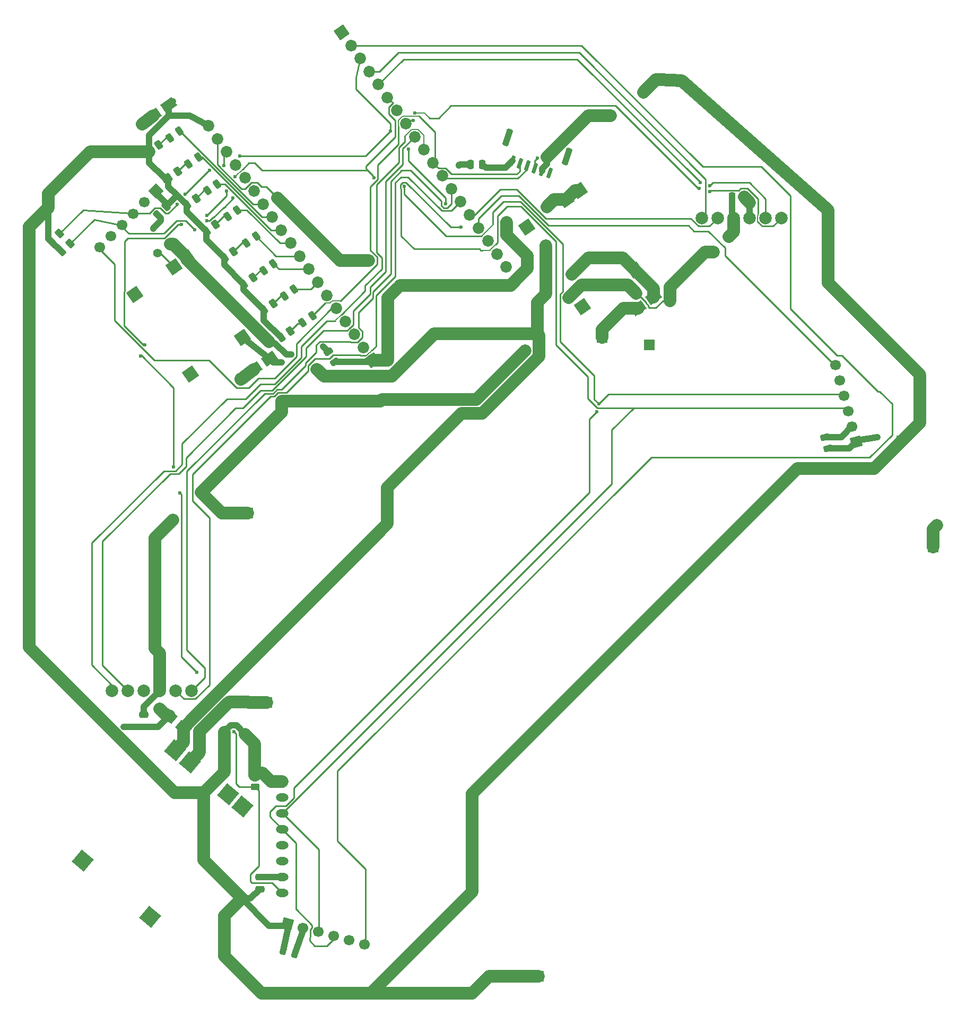
<source format=gbr>
%TF.GenerationSoftware,KiCad,Pcbnew,7.0.9-rc1*%
%TF.CreationDate,2023-11-11T13:07:52+02:00*%
%TF.ProjectId,projectA,70726f6a-6563-4744-912e-6b696361645f,rev?*%
%TF.SameCoordinates,PX5e5c173PY6474d3b*%
%TF.FileFunction,Copper,L1,Top*%
%TF.FilePolarity,Positive*%
%FSLAX46Y46*%
G04 Gerber Fmt 4.6, Leading zero omitted, Abs format (unit mm)*
G04 Created by KiCad (PCBNEW 7.0.9-rc1) date 2023-11-11 13:07:52*
%MOMM*%
%LPD*%
G01*
G04 APERTURE LIST*
G04 Aperture macros list*
%AMRoundRect*
0 Rectangle with rounded corners*
0 $1 Rounding radius*
0 $2 $3 $4 $5 $6 $7 $8 $9 X,Y pos of 4 corners*
0 Add a 4 corners polygon primitive as box body*
4,1,4,$2,$3,$4,$5,$6,$7,$8,$9,$2,$3,0*
0 Add four circle primitives for the rounded corners*
1,1,$1+$1,$2,$3*
1,1,$1+$1,$4,$5*
1,1,$1+$1,$6,$7*
1,1,$1+$1,$8,$9*
0 Add four rect primitives between the rounded corners*
20,1,$1+$1,$2,$3,$4,$5,0*
20,1,$1+$1,$4,$5,$6,$7,0*
20,1,$1+$1,$6,$7,$8,$9,0*
20,1,$1+$1,$8,$9,$2,$3,0*%
%AMHorizOval*
0 Thick line with rounded ends*
0 $1 width*
0 $2 $3 position (X,Y) of the first rounded end (center of the circle)*
0 $4 $5 position (X,Y) of the second rounded end (center of the circle)*
0 Add line between two ends*
20,1,$1,$2,$3,$4,$5,0*
0 Add two circle primitives to create the rounded ends*
1,1,$1,$2,$3*
1,1,$1,$4,$5*%
%AMRotRect*
0 Rectangle, with rotation*
0 The origin of the aperture is its center*
0 $1 length*
0 $2 width*
0 $3 Rotation angle, in degrees counterclockwise*
0 Add horizontal line*
21,1,$1,$2,0,0,$3*%
G04 Aperture macros list end*
%TA.AperFunction,SMDPad,CuDef*%
%ADD10RoundRect,0.250000X-0.043082X0.519182X-0.473137X0.218055X0.043082X-0.519182X0.473137X-0.218055X0*%
%TD*%
%TA.AperFunction,ComponentPad*%
%ADD11C,2.000000*%
%TD*%
%TA.AperFunction,SMDPad,CuDef*%
%ADD12RotRect,2.200000X1.600000X215.000000*%
%TD*%
%TA.AperFunction,ComponentPad*%
%ADD13R,1.700000X1.700000*%
%TD*%
%TA.AperFunction,ComponentPad*%
%ADD14RotRect,1.700000X1.700000X315.000000*%
%TD*%
%TA.AperFunction,ComponentPad*%
%ADD15HorizOval,1.700000X0.000000X0.000000X0.000000X0.000000X0*%
%TD*%
%TA.AperFunction,SMDPad,CuDef*%
%ADD16RotRect,2.200000X1.600000X140.000000*%
%TD*%
%TA.AperFunction,SMDPad,CuDef*%
%ADD17RoundRect,0.250000X-0.532491X-0.067661X-0.245703X-0.477237X0.532491X0.067661X0.245703X0.477237X0*%
%TD*%
%TA.AperFunction,SMDPad,CuDef*%
%ADD18RoundRect,0.243750X-0.062026X0.513547X-0.461363X0.233929X0.062026X-0.513547X0.461363X-0.233929X0*%
%TD*%
%TA.AperFunction,ComponentPad*%
%ADD19O,2.000000X1.300000*%
%TD*%
%TA.AperFunction,SMDPad,CuDef*%
%ADD20RoundRect,0.150000X-0.358970X-0.619387X-0.073653X-0.712092X0.358970X0.619387X0.073653X0.712092X0*%
%TD*%
%TA.AperFunction,SMDPad,CuDef*%
%ADD21RoundRect,0.250000X-0.593134X-1.016461X-0.117605X-1.170969X0.593134X1.016461X0.117605X1.170969X0*%
%TD*%
%TA.AperFunction,SMDPad,CuDef*%
%ADD22RoundRect,0.250000X-0.250000X-0.475000X0.250000X-0.475000X0.250000X0.475000X-0.250000X0.475000X0*%
%TD*%
%TA.AperFunction,SMDPad,CuDef*%
%ADD23RoundRect,0.250000X-0.450000X0.262500X-0.450000X-0.262500X0.450000X-0.262500X0.450000X0.262500X0*%
%TD*%
%TA.AperFunction,SMDPad,CuDef*%
%ADD24RoundRect,0.250000X-0.523520X0.118542X-0.394110X-0.364421X0.523520X-0.118542X0.394110X0.364421X0*%
%TD*%
%TA.AperFunction,ComponentPad*%
%ADD25C,1.400000*%
%TD*%
%TA.AperFunction,ComponentPad*%
%ADD26RotRect,2.000000X2.000000X305.000000*%
%TD*%
%TA.AperFunction,SMDPad,CuDef*%
%ADD27RoundRect,0.250000X-0.475000X0.250000X-0.475000X-0.250000X0.475000X-0.250000X0.475000X0.250000X0*%
%TD*%
%TA.AperFunction,ComponentPad*%
%ADD28RotRect,1.700000X1.700000X75.000000*%
%TD*%
%TA.AperFunction,ComponentPad*%
%ADD29HorizOval,1.700000X0.000000X0.000000X0.000000X0.000000X0*%
%TD*%
%TA.AperFunction,SMDPad,CuDef*%
%ADD30RoundRect,0.250000X0.364421X0.394110X-0.118542X0.523520X-0.364421X-0.394110X0.118542X-0.523520X0*%
%TD*%
%TA.AperFunction,SMDPad,CuDef*%
%ADD31RoundRect,0.250000X0.159099X-0.512652X0.512652X-0.159099X-0.159099X0.512652X-0.512652X0.159099X0*%
%TD*%
%TA.AperFunction,SMDPad,CuDef*%
%ADD32RoundRect,0.250000X0.132583X-0.503814X0.503814X-0.132583X-0.132583X0.503814X-0.503814X0.132583X0*%
%TD*%
%TA.AperFunction,ComponentPad*%
%ADD33RotRect,2.500000X2.500000X50.000000*%
%TD*%
%TA.AperFunction,ComponentPad*%
%ADD34RotRect,1.700000X1.700000X195.000000*%
%TD*%
%TA.AperFunction,ComponentPad*%
%ADD35HorizOval,1.700000X0.000000X0.000000X0.000000X0.000000X0*%
%TD*%
%TA.AperFunction,ComponentPad*%
%ADD36C,1.850000*%
%TD*%
%TA.AperFunction,ComponentPad*%
%ADD37RotRect,1.850000X1.850000X35.000000*%
%TD*%
%TA.AperFunction,ViaPad*%
%ADD38C,0.600000*%
%TD*%
%TA.AperFunction,Conductor*%
%ADD39C,2.032000*%
%TD*%
%TA.AperFunction,Conductor*%
%ADD40C,0.254000*%
%TD*%
%TA.AperFunction,Conductor*%
%ADD41C,0.127000*%
%TD*%
%TA.AperFunction,Conductor*%
%ADD42C,1.000000*%
%TD*%
%TA.AperFunction,Conductor*%
%ADD43C,0.178000*%
%TD*%
G04 APERTURE END LIST*
D10*
%TO.P,R4,1*%
%TO.N,/R4_LED4*%
X-34758395Y46972899D03*
%TO.P,R4,2*%
%TO.N,+3.3V*%
X-36253347Y45926123D03*
%TD*%
D11*
%TO.P,U1,1,A_IB*%
%TO.N,/ESP_MD_A_AIB*%
X42866653Y48056123D03*
%TO.P,U1,2,A_IA*%
%TO.N,/ESP_MD_A_AIA*%
X45406653Y48056123D03*
%TO.P,U1,3,VCC*%
%TO.N,+9V*%
X47946653Y48056123D03*
%TO.P,U1,4,GND*%
%TO.N,GND*%
X50486653Y48056123D03*
%TO.P,U1,5,B_IB*%
%TO.N,/ESP_MD_A_BIB*%
X53026653Y48056123D03*
%TO.P,U1,6,B_IA*%
%TO.N,/ESP_MD_A_BIA*%
X55566653Y48056123D03*
%TD*%
D12*
%TO.P,C3,1*%
%TO.N,+3.3V*%
X-42194619Y66062179D03*
%TO.P,C3,2*%
%TO.N,GND*%
X-44652075Y64341449D03*
%TD*%
%TO.P,C2,1*%
%TO.N,+9V*%
X-26114619Y25572179D03*
%TO.P,C2,2*%
%TO.N,GND*%
X-28572075Y23851449D03*
%TD*%
D13*
%TO.P,TP5,1,1*%
%TO.N,/CHRG_BAT_POS*%
X-26523347Y-29283877D03*
%TD*%
D14*
%TO.P,U3,1,VIN*%
%TO.N,+3.3V*%
X-44292953Y52327306D03*
D15*
%TO.P,U3,2,GND*%
%TO.N,GND*%
X-46089004Y50531255D03*
%TO.P,U3,3,SCL*%
%TO.N,/ESP_MPU_VL_SCL*%
X-47885056Y48735204D03*
%TO.P,U3,4,SDA*%
%TO.N,/ESP_MPU_VL_SDA*%
X-49681107Y46939152D03*
%TO.P,U3,5,GPIO1*%
%TO.N,unconnected-(U3-GPIO1-Pad5)*%
X-51477158Y45143101D03*
%TO.P,U3,6,XSHUT*%
%TO.N,/ESP_VL_A_XSHUT*%
X-53273209Y43347050D03*
%TD*%
D16*
%TO.P,C5,1*%
%TO.N,/CHRG_BB_IN_P*%
X-39874280Y-33308058D03*
%TO.P,C5,2*%
%TO.N,GND*%
X-42172414Y-31379696D03*
%TD*%
D17*
%TO.P,C12,1*%
%TO.N,GND*%
X-16778245Y26644317D03*
%TO.P,C12,2*%
%TO.N,+5V*%
X-15688449Y25087929D03*
%TD*%
D18*
%TO.P,D8,1,K*%
%TO.N,/ESP_LUNA_LED8_TXD*%
X-19317437Y32401579D03*
%TO.P,D8,2,A*%
%TO.N,/R8_LED8*%
X-20853347Y31326123D03*
%TD*%
D19*
%TO.P,U11,1,VCC*%
%TO.N,+3.3V*%
X-24083406Y-41892952D03*
%TO.P,U11,2,GND*%
%TO.N,GND*%
X-24083406Y-44432952D03*
%TO.P,U11,3,SCL*%
%TO.N,/ESP_MPU_VL_SCL*%
X-24083406Y-46972952D03*
%TO.P,U11,4,SDA*%
%TO.N,/ESP_MPU_VL_SDA*%
X-24083406Y-49512952D03*
%TO.P,U11,5,XDA*%
%TO.N,unconnected-(U11-XDA-Pad5)*%
X-24083406Y-52052952D03*
%TO.P,U11,6,XCL*%
%TO.N,unconnected-(U11-XCL-Pad6)*%
X-24083406Y-54592952D03*
%TO.P,U11,7,AD0*%
%TO.N,GND*%
X-24083406Y-57132952D03*
%TO.P,U11,8,INT*%
%TO.N,/MPU_ESP_INT*%
X-24083406Y-59672952D03*
%TD*%
D11*
%TO.P,U2,1,A_IB*%
%TO.N,/ESP_MD_B_AIB*%
X-38553347Y-27403877D03*
%TO.P,U2,2,A_IA*%
%TO.N,/ESP_MD_B_AIA*%
X-41093347Y-27403877D03*
%TO.P,U2,3,VCC*%
%TO.N,+9V*%
X-43633347Y-27403877D03*
%TO.P,U2,4,GND*%
%TO.N,GND*%
X-46173347Y-27403877D03*
%TO.P,U2,5,B_IB*%
%TO.N,/ESP_MD_B_BIB*%
X-48713347Y-27403877D03*
%TO.P,U2,6,B_IA*%
%TO.N,/ESP_MD_B_BIA*%
X-51253347Y-27403877D03*
%TD*%
D20*
%TO.P,U10,1,5V*%
%TO.N,+5V*%
X12602550Y57137479D03*
%TO.P,U10,2,RXD_SDA*%
%TO.N,/ESP_LUNA_LED8_TXD*%
X13791371Y56751208D03*
%TO.P,U10,3,TXD_SCL*%
%TO.N,/LUNA_ESP_RXD*%
X14980191Y56364936D03*
%TO.P,U10,4,GND*%
%TO.N,GND*%
X16169012Y55978665D03*
%TO.P,U10,5,CONFIGURATION_INPUT*%
%TO.N,+3.3V*%
X17357833Y55592394D03*
%TO.P,U10,6,MULTIPLEXING_OUTPUT*%
%TO.N,unconnected-(U10-MULTIPLEXING_OUTPUT-Pad6)*%
X18546653Y55206123D03*
D21*
%TO.P,U10,MP*%
%TO.N,N/C*%
X11878303Y60895200D03*
X21341315Y57820480D03*
%TD*%
D10*
%TO.P,R2,1*%
%TO.N,/R2_LED2*%
X-40775871Y55459511D03*
%TO.P,R2,2*%
%TO.N,+3.3V*%
X-42270823Y54412735D03*
%TD*%
D22*
%TO.P,C10,1*%
%TO.N,+9V*%
X47716653Y51376123D03*
%TO.P,C10,2*%
%TO.N,GND*%
X49616653Y51376123D03*
%TD*%
D13*
%TO.P,TP4,1,1*%
%TO.N,GND*%
X79766653Y-4513877D03*
%TD*%
D10*
%TO.P,R7,1*%
%TO.N,/R7_LED7*%
X-25568395Y34392899D03*
%TO.P,R7,2*%
%TO.N,+3.3V*%
X-27063347Y33346123D03*
%TD*%
D23*
%TO.P,R9,1*%
%TO.N,+3.3V*%
X-28443347Y-40921377D03*
%TO.P,R9,2*%
%TO.N,/MPU_ESP_INT*%
X-28443347Y-42746377D03*
%TD*%
D18*
%TO.P,D2,1,K*%
%TO.N,/ESP_LED2*%
X-37522976Y57726880D03*
%TO.P,D2,2,A*%
%TO.N,/R2_LED2*%
X-39058886Y56651424D03*
%TD*%
D24*
%TO.P,C7,1*%
%TO.N,GND*%
X62510775Y13073753D03*
%TO.P,C7,2*%
%TO.N,+3.3V*%
X63002531Y11238493D03*
%TD*%
D18*
%TO.P,D6,1,K*%
%TO.N,/ESP_LED6*%
X-25537437Y40751579D03*
%TO.P,D6,2,A*%
%TO.N,/R6_LED6*%
X-27073347Y39676123D03*
%TD*%
%TO.P,D1,1,K*%
%TO.N,/ESP_LED1*%
X-40535392Y61913851D03*
%TO.P,D1,2,A*%
%TO.N,/R1_LED1*%
X-42071302Y60838395D03*
%TD*%
D25*
%TO.P,JP1,1,A*%
%TO.N,/CHRG_BB_IN_P*%
X-41942701Y43863007D03*
%TO.P,JP1,2,B*%
%TO.N,/BB_EN*%
X-44023347Y42406123D03*
%TD*%
D22*
%TO.P,C9,1*%
%TO.N,GND*%
X5936653Y56606123D03*
%TO.P,C9,2*%
%TO.N,+5V*%
X7836653Y56606123D03*
%TD*%
D26*
%TO.P,U7,1,IN_P*%
%TO.N,/CHRG_BB_IN_P*%
X-39313782Y41682980D03*
%TO.P,U7,2,EN*%
%TO.N,/BB_EN*%
X-41394428Y40226095D03*
%TO.P,U7,3,IN_N*%
%TO.N,GND*%
X-47636367Y35855443D03*
%TO.P,U7,4,OUT_P*%
%TO.N,+9V*%
X-30423347Y28986123D03*
%TO.P,U7,5,OUT_N*%
%TO.N,GND*%
X-38745932Y23158586D03*
%TD*%
D27*
%TO.P,C8,1*%
%TO.N,GND*%
X-27693347Y-57163877D03*
%TO.P,C8,2*%
%TO.N,+3.3V*%
X-27693347Y-59063877D03*
%TD*%
%TO.P,C11,1*%
%TO.N,+9V*%
X-46173347Y-31253877D03*
%TO.P,C11,2*%
%TO.N,GND*%
X-46173347Y-33153877D03*
%TD*%
D18*
%TO.P,D3,1,K*%
%TO.N,/ESP_LED3*%
X-34512976Y53466880D03*
%TO.P,D3,2,A*%
%TO.N,/R3_LED3*%
X-36048886Y52391424D03*
%TD*%
D26*
%TO.P,U6,1,IN_P*%
%TO.N,/CHRG_BB_IN_P*%
X23272728Y52438320D03*
%TO.P,U6,2,EN*%
X21192082Y50981435D03*
%TO.P,U6,3,IN_N*%
%TO.N,GND*%
X14950143Y46610783D03*
%TO.P,U6,4,OUT_P*%
%TO.N,+5V*%
X32163163Y39741463D03*
%TO.P,U6,5,OUT_N*%
%TO.N,GND*%
X23840578Y33913926D03*
%TD*%
D13*
%TO.P,TP1,1,1*%
%TO.N,+3.3V*%
X16796653Y-72993877D03*
%TD*%
D28*
%TO.P,U4,1,VIN*%
%TO.N,+3.3V*%
X-23236673Y-64584203D03*
D29*
%TO.P,U4,2,GND*%
%TO.N,GND*%
X-20783222Y-65241603D03*
%TO.P,U4,3,SCL*%
%TO.N,/ESP_MPU_VL_SCL*%
X-18329770Y-65899004D03*
%TO.P,U4,4,SDA*%
%TO.N,/ESP_MPU_VL_SDA*%
X-15876319Y-66556404D03*
%TO.P,U4,5,GPIO1*%
%TO.N,unconnected-(U4-GPIO1-Pad5)*%
X-13422867Y-67213804D03*
%TO.P,U4,6,XSHUT*%
%TO.N,/ESP_VL_B_XSHUT*%
X-10969415Y-67871205D03*
%TD*%
D18*
%TO.P,D5,1,K*%
%TO.N,/ESP_LED5*%
X-28292976Y45126880D03*
%TO.P,D5,2,A*%
%TO.N,/R5_LED5*%
X-29828886Y44051424D03*
%TD*%
D30*
%TO.P,C6,1*%
%TO.N,GND*%
X-22103347Y-69293877D03*
%TO.P,C6,2*%
%TO.N,+3.3V*%
X-23938607Y-68802121D03*
%TD*%
D18*
%TO.P,D7,1,K*%
%TO.N,/ESP_LED7*%
X-22275392Y36643851D03*
%TO.P,D7,2,A*%
%TO.N,/R7_LED7*%
X-23811302Y35568395D03*
%TD*%
D10*
%TO.P,R5,1*%
%TO.N,/R5_LED5*%
X-31875871Y42679511D03*
%TO.P,R5,2*%
%TO.N,+3.3V*%
X-33370823Y41632735D03*
%TD*%
%TO.P,R1,1*%
%TO.N,/R1_LED1*%
X-43825871Y59669511D03*
%TO.P,R1,2*%
%TO.N,+3.3V*%
X-45320823Y58622735D03*
%TD*%
D31*
%TO.P,C4,1*%
%TO.N,GND*%
X-44025098Y48524372D03*
%TO.P,C4,2*%
%TO.N,+3.3V*%
X-42681596Y49867874D03*
%TD*%
D32*
%TO.P,R10,1*%
%TO.N,+3.3V*%
X-59288582Y42650888D03*
%TO.P,R10,2*%
%TO.N,/ESP_MPU_VL_SDA*%
X-57998112Y43941358D03*
%TD*%
%TO.P,R11,1*%
%TO.N,+3.3V*%
X-60978582Y44260888D03*
%TO.P,R11,2*%
%TO.N,/ESP_MPU_VL_SCL*%
X-59688112Y45551358D03*
%TD*%
D18*
%TO.P,D4,1,K*%
%TO.N,/ESP_LED4*%
X-31317437Y49311579D03*
%TO.P,D4,2,A*%
%TO.N,/R4_LED4*%
X-32853347Y48236123D03*
%TD*%
D12*
%TO.P,C1,1*%
%TO.N,+5V*%
X35185381Y35372179D03*
%TO.P,C1,2*%
%TO.N,GND*%
X32727925Y33651449D03*
%TD*%
D13*
%TO.P,TP6,1,1*%
%TO.N,GND*%
X26936653Y28956123D03*
%TD*%
D10*
%TO.P,R8,1*%
%TO.N,/R8_LED8*%
X-22805871Y29989511D03*
%TO.P,R8,2*%
%TO.N,+3.3V*%
X-24300823Y28942735D03*
%TD*%
D33*
%TO.P,U9,1,OUT_P*%
%TO.N,/CHRG_BB_IN_P*%
X-41173600Y-36894853D03*
%TO.P,U9,2,B_P*%
%TO.N,/CHRG_BAT_POS*%
X-38875467Y-38823216D03*
%TO.P,U9,3,B_N*%
%TO.N,GND*%
X-32747111Y-43965517D03*
%TO.P,U9,4,OUT_N*%
X-30448978Y-45893880D03*
%TO.P,U9,5,IN_P*%
%TO.N,unconnected-(U9-IN_P-Pad5)*%
X-55957715Y-54513876D03*
%TO.P,U9,6,IN_N*%
%TO.N,GND*%
X-45233093Y-63512902D03*
%TD*%
D10*
%TO.P,R3,1*%
%TO.N,/R3_LED3*%
X-37865871Y51179511D03*
%TO.P,R3,2*%
%TO.N,+3.3V*%
X-39360823Y50132735D03*
%TD*%
D34*
%TO.P,U5,1,VIN*%
%TO.N,+3.3V*%
X67505637Y12261317D03*
D35*
%TO.P,U5,2,GND*%
%TO.N,GND*%
X66848236Y14714769D03*
%TO.P,U5,3,SCL*%
%TO.N,/ESP_MPU_VL_SCL*%
X66190836Y17168220D03*
%TO.P,U5,4,SDA*%
%TO.N,/ESP_MPU_VL_SDA*%
X65533435Y19621672D03*
%TO.P,U5,5,GPIO1*%
%TO.N,unconnected-(U5-GPIO1-Pad5)*%
X64876035Y22075123D03*
%TO.P,U5,6,XSHUT*%
%TO.N,/ESP_VL_C_XSHUT*%
X64218635Y24528575D03*
%TD*%
D13*
%TO.P,TP3,1,1*%
%TO.N,+9V*%
X-29623347Y966123D03*
%TD*%
%TO.P,TP2,1,1*%
%TO.N,+5V*%
X34511653Y27751123D03*
%TD*%
D10*
%TO.P,R6,1*%
%TO.N,/R6_LED6*%
X-28775871Y38509511D03*
%TO.P,R6,2*%
%TO.N,+3.3V*%
X-30270823Y37462735D03*
%TD*%
D36*
%TO.P,U12,1,3V3*%
%TO.N,+3.3V*%
X-35898837Y62735720D03*
%TO.P,U12,2,RESTART__EN*%
%TO.N,+5V*%
X-34441953Y60655074D03*
%TO.P,U12,3,ADC1_0_RTC_GPIO0__GPIO36*%
%TO.N,/MPU_ESP_INT*%
X-32985068Y58574428D03*
%TO.P,U12,4,ADC1_3_RTC_GPIO3__GPIO39*%
%TO.N,unconnected-(U12-ADC1_3_RTC_GPIO3__GPIO39-Pad4)*%
X-31528184Y56493782D03*
%TO.P,U12,5,ADC1_6_RTC_GPIO4__GPIO34*%
%TO.N,unconnected-(U12-ADC1_6_RTC_GPIO4__GPIO34-Pad5)*%
X-30071300Y54413135D03*
%TO.P,U12,6,ADC1_7_RTC_GPIO5__GPIO35*%
%TO.N,unconnected-(U12-ADC1_7_RTC_GPIO5__GPIO35-Pad6)*%
X-28614416Y52332489D03*
%TO.P,U12,7,TOUCH_9__ADC1_4__RTC_GPIO9_GPIO32*%
%TO.N,/ESP_LED1*%
X-27157532Y50251843D03*
%TO.P,U12,8,TOUCH_8__ADC1_5__RTC_GPIO8_GPIO33*%
%TO.N,/ESP_LED2*%
X-25700648Y48171197D03*
%TO.P,U12,9,DAC_1__ADC2_8__RTC_GPIO6__GPIO25*%
%TO.N,/ESP_LED3*%
X-24243764Y46090551D03*
%TO.P,U12,10,DAC_2__ADC2_9__RTC_GPIO7__GPIO26*%
%TO.N,/ESP_LED4*%
X-22786879Y44009904D03*
%TO.P,U12,11,TOUCH_7__ADC2_7__RTC_GPIO17__GPIO27*%
%TO.N,/ESP_LED5*%
X-21329995Y41929258D03*
%TO.P,U12,12,SC_CLK__HSPI_CLK__TOUCH_6__ADC2_6__RTC_GPIO16__GPIO14*%
%TO.N,/ESP_LED6*%
X-19873111Y39848612D03*
%TO.P,U12,13,SD_DAT2__HSPI_MISO__TOUCH_5__ADC2_5__RTC_GPIO15__GPIO12*%
%TO.N,/ESP_LED7*%
X-18416227Y37767966D03*
%TO.P,U12,14,GND1*%
%TO.N,GND*%
X-16959343Y35687320D03*
%TO.P,U12,15,SD_DAT3__HSPI_MOSI__TOUCH_4__ADC2_4__RTC_GPIO14__GPIO13*%
%TO.N,/ESP_VL_A_XSHUT*%
X-15502459Y33606673D03*
%TO.P,U12,16,SHD_SD2__GPIO9*%
%TO.N,unconnected-(U12-SHD_SD2__GPIO9-Pad16)*%
X-14045574Y31526027D03*
%TO.P,U12,17,SWP_SD3__GPIO10*%
%TO.N,unconnected-(U12-SWP_SD3__GPIO10-Pad17)*%
X-12588690Y29445381D03*
%TO.P,U12,18,CSC_CMD__GPIO11*%
%TO.N,unconnected-(U12-CSC_CMD__GPIO11-Pad18)*%
X-11131806Y27364735D03*
D37*
%TO.P,U12,19,5V*%
%TO.N,+5V*%
X-9674922Y25284089D03*
D36*
%TO.P,U12,20,GPIO6__SCK_CLK*%
%TO.N,unconnected-(U12-GPIO6__SCK_CLK-Pad20)*%
X11623031Y40197076D03*
%TO.P,U12,21,GPIO7__SDO_SD0*%
%TO.N,unconnected-(U12-GPIO7__SDO_SD0-Pad21)*%
X10166147Y42277722D03*
%TO.P,U12,22,GPIO8__SDI_SD1*%
%TO.N,unconnected-(U12-GPIO8__SDI_SD1-Pad22)*%
X8709263Y44358368D03*
%TO.P,U12,23,GPIO15__RTC_GPIO13__ADC2_3__TOUCH3__SD_CMD__HSPI_CS*%
%TO.N,/ESP_VL_C_XSHUT*%
X7252379Y46439015D03*
%TO.P,U12,24,GPIO2__RTC_GPIO12__ADC2_2__TOUCH_2__SD_DAT0__LED*%
%TO.N,/ESP_MD_A_AIA*%
X5795495Y48519661D03*
%TO.P,U12,25,GPIO0__RTC_GPIO11__ADC2_1__TOUCH_1*%
%TO.N,/ESP_MD_B_AIA*%
X4338610Y50600307D03*
%TO.P,U12,26,GPIO4__RTC_GPIO10__ADC2_0__TOUCH0__SD_DAT1*%
%TO.N,/ESP_MD_B_AIB*%
X2881726Y52680953D03*
%TO.P,U12,27,GPIO16__RX2*%
%TO.N,/LUNA_ESP_RXD*%
X1424842Y54761599D03*
%TO.P,U12,28,GPIO17__TX2*%
%TO.N,/ESP_LUNA_LED8_TXD*%
X-32042Y56842246D03*
%TO.P,U12,29,GPIO5__VSPI_CS*%
%TO.N,/ESP_MD_B_BIA*%
X-1488926Y58922892D03*
%TO.P,U12,30,GPIO18__VSPI_CLK*%
%TO.N,/ESP_MD_B_BIB*%
X-2945810Y61003538D03*
%TO.P,U12,31,GPIO19__VSPI_MISO*%
%TO.N,/ESP_MD_A_BIA*%
X-4402695Y63084184D03*
%TO.P,U12,32,GND2*%
%TO.N,GND*%
X-5859579Y65164830D03*
%TO.P,U12,33,GPIO21__I2C_SDA*%
%TO.N,/ESP_MPU_VL_SDA*%
X-7316463Y67245476D03*
%TO.P,U12,34,GPIO3__RX0*%
%TO.N,/ESP_MD_A_BIB*%
X-8773347Y69326123D03*
%TO.P,U12,35,GPIO1__TX0*%
%TO.N,/ESP_MD_A_AIB*%
X-10230231Y71406769D03*
%TO.P,U12,36,GPIO22__I2C_SCL*%
%TO.N,/ESP_MPU_VL_SCL*%
X-11687115Y73487415D03*
%TO.P,U12,37,GPIO23__VSPI_MOSI*%
%TO.N,/ESP_VL_B_XSHUT*%
X-13143999Y75568061D03*
D37*
%TO.P,U12,38,GND3*%
%TO.N,GND*%
X-14600884Y77648707D03*
%TD*%
D38*
%TO.N,+3.3V*%
X33396653Y67716123D03*
X74146653Y13056123D03*
X70916653Y13056123D03*
X28296653Y64346123D03*
%TO.N,GND*%
X-44693347Y46396123D03*
X-43700347Y-30283877D03*
X28711327Y32001449D03*
X4106653Y56456123D03*
X16586653Y57616123D03*
X80376653Y-1013877D03*
X-30743347Y22286123D03*
X-49403347Y-33143877D03*
X-17553347Y27496123D03*
X-46483347Y62986123D03*
%TO.N,/ESP_MPU_VL_SCL*%
X-35741294Y55676482D03*
X4416653Y46546123D03*
X-6813347Y61876123D03*
X-40845533Y50203937D03*
X-3983347Y59046123D03*
X-39642025Y51827445D03*
X-30853347Y57903646D03*
X1926653Y50276123D03*
%TO.N,/ESP_MPU_VL_SDA*%
X-9503347Y54466123D03*
X-4623347Y53056123D03*
X-36170344Y47563120D03*
X26075486Y17096562D03*
X-31943347Y51196123D03*
X26426653Y18366123D03*
X-31631864Y54623167D03*
X-38063347Y46126123D03*
%TO.N,+5V*%
X-10313347Y41246123D03*
X11716653Y47346123D03*
X9416653Y56066123D03*
X22091653Y39021123D03*
X13134798Y38084267D03*
X-5803347Y36776123D03*
%TO.N,/MPU_ESP_INT*%
X-33383347Y56386123D03*
X-40479847Y4176123D03*
X-37743347Y-24433877D03*
X-40220101Y46979369D03*
X-46050344Y27749126D03*
X-46757376Y26042094D03*
X-31829847Y-33922211D03*
X-33038168Y52331302D03*
X-41428237Y8296123D03*
X-36153347Y48466123D03*
%TO.N,+9V*%
X-37043347Y4206123D03*
X14636653Y26866123D03*
X44756653Y42586123D03*
X-41588347Y-158877D03*
X-24213347Y18836123D03*
X21626653Y35316123D03*
X47221653Y45051123D03*
X-24213347Y25026123D03*
%TO.N,/ESP_MD_A_BIB*%
X42586653Y53686123D03*
X44156653Y53186123D03*
%TO.N,/ESP_MD_A_BIA*%
X44097153Y52226123D03*
X42456653Y52766123D03*
X-3231449Y63598021D03*
X-2933329Y64807277D03*
%TO.N,/CHRG_BB_IN_P*%
X-22753347Y26236123D03*
X18116653Y49824661D03*
X-18583347Y23926123D03*
X17956653Y43656123D03*
%TO.N,/CHRG_BAT_POS*%
X-29493347Y-29200200D03*
%TD*%
D39*
%TO.N,+3.3V*%
X-41321137Y-43652877D02*
X-36613347Y-43652877D01*
D40*
%TO.N,/ESP_MPU_VL_SCL*%
X-18283347Y-52753877D02*
X-24064272Y-46972952D01*
X-18283347Y-66093877D02*
X-18283347Y-52753877D01*
X-18173347Y-66203877D02*
X-18283347Y-66093877D01*
X-24083406Y-46972952D02*
X28506653Y5617107D01*
D39*
%TO.N,+3.3V*%
X-64463347Y-20510667D02*
X-64463347Y46666333D01*
X-41321137Y-43652877D02*
X-64463347Y-20510667D01*
X-64463347Y46666333D02*
X-61473557Y49656123D01*
D40*
%TO.N,/ESP_MPU_VL_SCL*%
X4416653Y46546123D02*
X2826653Y46546123D01*
X-4353347Y53726123D02*
X-4883347Y53726123D01*
X-5250347Y53359123D02*
X-5250347Y52796411D01*
X-4883347Y53726123D02*
X-5250347Y53359123D01*
X2826653Y46546123D02*
X-4353347Y53726123D01*
X-5250347Y52796411D02*
X-5133347Y52679411D01*
X-3063347Y43076123D02*
X7356653Y43076123D01*
X7356653Y43076123D02*
X7596653Y42836123D01*
X-5133347Y52679411D02*
X-5133347Y45146123D01*
X-5133347Y45146123D02*
X-3063347Y43076123D01*
X7596653Y42836123D02*
X7896653Y42836123D01*
%TO.N,/ESP_MD_A_BIB*%
X42586653Y53686123D02*
X42586653Y53736123D01*
X42586653Y53736123D02*
X22976653Y73346123D01*
X22976653Y73346123D02*
X-4753347Y73346123D01*
X-4753347Y73346123D02*
X-8773347Y69326123D01*
%TO.N,/ESP_MD_A_BIA*%
X42456653Y52766123D02*
X42266653Y52766123D01*
X-583347Y63976123D02*
X-723347Y64116123D01*
X42266653Y52766123D02*
X29066653Y65966123D01*
X836653Y63976123D02*
X-583347Y63976123D01*
X29066653Y65966123D02*
X2826653Y65966123D01*
X2826653Y65966123D02*
X836653Y63976123D01*
%TO.N,/ESP_MD_A_AIB*%
X-10230231Y71406769D02*
X-8582698Y71406769D01*
X43470653Y54235007D02*
X43470653Y48660123D01*
X-8582698Y71406769D02*
X-5573344Y74416123D01*
X-5573344Y74416123D02*
X23289537Y74416123D01*
X23289537Y74416123D02*
X43470653Y54235007D01*
X43470653Y48660123D02*
X42866653Y48056123D01*
%TO.N,/ESP_MPU_VL_SDA*%
X-24083406Y-49512952D02*
X-26083347Y-47513011D01*
X-26083347Y-47513011D02*
X-26083347Y-46693877D01*
X24886653Y15907729D02*
X26075486Y17096562D01*
X-26083347Y-46693877D02*
X-25163347Y-45773877D01*
X-22283347Y-42913877D02*
X24461911Y3831381D01*
X-25163347Y-45773877D02*
X-23533347Y-45773877D01*
X-23533347Y-45773877D02*
X-22283347Y-44523877D01*
X-22283347Y-44523877D02*
X-22283347Y-42913877D01*
X24461911Y3831381D02*
X24461911Y3841381D01*
X24886653Y4266123D02*
X24886653Y15907729D01*
X24461911Y3841381D02*
X24886653Y4266123D01*
%TO.N,/ESP_MD_B_BIA*%
X-51253347Y-27403877D02*
X-51253347Y-26533877D01*
X-17013347Y31616123D02*
X-15663347Y31616123D01*
X-32923347Y19186123D02*
X-29973347Y19186123D01*
X-54503347Y-23283877D02*
X-54503347Y-3803877D01*
X-40103347Y12006123D02*
X-32923347Y19186123D01*
X-27618347Y21541123D02*
X-25328347Y21541123D01*
X-43030347Y7669123D02*
X-41168525Y7669123D01*
X-21100347Y27529123D02*
X-17013347Y31616123D01*
X-29973347Y19186123D02*
X-27618347Y21541123D01*
X-54503347Y-3803877D02*
X-43030347Y7669123D01*
X-51253347Y-26533877D02*
X-54503347Y-23283877D01*
X-25328347Y21541123D02*
X-21100347Y25769123D01*
X-41168525Y7669123D02*
X-40103347Y8734301D01*
X-40103347Y8734301D02*
X-40103347Y12006123D01*
X-21100347Y25769123D02*
X-21100347Y27529123D01*
%TO.N,/ESP_MPU_VL_SDA*%
X-6432996Y66362009D02*
X-7316463Y67245476D01*
X-7111579Y65683426D02*
X-6432996Y66362009D01*
X-7111579Y64646234D02*
X-7111579Y65683426D01*
X-10733347Y55890783D02*
X-10733347Y56316123D01*
X-6093347Y63628002D02*
X-7111579Y64646234D01*
X-6093347Y60956123D02*
X-6093347Y63628002D01*
X-10733347Y56316123D02*
X-6093347Y60956123D01*
X-10438687Y55596123D02*
X-10733347Y55890783D01*
%TO.N,/ESP_MPU_VL_SCL*%
X-6813347Y61876123D02*
X-6813347Y63096123D01*
X-12323347Y70446123D02*
X-11687115Y73487415D01*
X-6813347Y63096123D02*
X-12323347Y68606123D01*
X-12323347Y68606123D02*
X-12323347Y70446123D01*
%TO.N,/ESP_MD_B_BIA*%
X-10863347Y36426123D02*
X-10863347Y37286123D01*
X-10863347Y37286123D02*
X-8233347Y39916123D01*
X-14643347Y32646123D02*
X-10863347Y36426123D01*
X-5463347Y56926123D02*
X-5463347Y59287358D01*
X-8233347Y39916123D02*
X-8233347Y41707464D01*
X-8233347Y41707464D02*
X-9043347Y42517464D01*
X-9043347Y42517464D02*
X-9043347Y53346123D01*
X-9043347Y53346123D02*
X-5463347Y56926123D01*
X-5463347Y59287358D02*
X-4558486Y60192219D01*
X-4558486Y60192219D02*
X-4558486Y61071655D01*
%TO.N,/ESP_MPU_VL_SDA*%
X7746422Y45166123D02*
X2066653Y45166123D01*
X2066653Y45166123D02*
X-4623347Y51856123D01*
X-4623347Y51856123D02*
X-4623347Y53056123D01*
%TO.N,/ESP_MD_B_AIB*%
X-11336690Y29963977D02*
X-11883347Y30510634D01*
X1299653Y50723123D02*
X1299653Y50016411D01*
X-11883347Y32946123D02*
X-9599347Y35230123D01*
X-11336690Y28926785D02*
X-11336690Y29963977D01*
X2881726Y50344484D02*
X2881726Y52680953D01*
X-11883347Y30510634D02*
X-11883347Y32946123D01*
X-11835350Y28428125D02*
X-11336690Y28926785D01*
X-5063347Y55616123D02*
X-3593347Y55616123D01*
X-9599347Y35230123D02*
X-9599347Y36280123D01*
X-6793347Y39086123D02*
X-6793347Y53886123D01*
X-6793347Y53886123D02*
X-5063347Y55616123D01*
X1666941Y49649123D02*
X2186365Y49649123D01*
X-3593347Y55616123D02*
X1299653Y50723123D01*
X-9599347Y36280123D02*
X-6793347Y39086123D01*
X1299653Y50016411D02*
X1666941Y49649123D01*
X2186365Y49649123D02*
X2881726Y50344484D01*
%TO.N,/ESP_MPU_VL_SCL*%
X1926653Y50276123D02*
X1926653Y51266123D01*
X1926653Y51266123D02*
X-3983347Y57176123D01*
X-3983347Y57176123D02*
X-3983347Y59046123D01*
%TO.N,/ESP_MPU_VL_SDA*%
X65719252Y19909575D02*
X27970105Y19909575D01*
X27970105Y19909575D02*
X26426653Y18366123D01*
%TO.N,/ESP_MPU_VL_SCL*%
X31986653Y17726123D02*
X31983105Y17722575D01*
X66106653Y17726123D02*
X31986653Y17726123D01*
X66376653Y17456123D02*
X66106653Y17726123D01*
%TO.N,/ESP_VL_A_XSHUT*%
X-16212797Y33606673D02*
X-21843347Y27976123D01*
X-27913347Y22436123D02*
X-29445057Y20904413D01*
X-35766811Y25308858D02*
X-44496083Y25308858D01*
X-50903347Y31716122D02*
X-50903347Y40651918D01*
X-21843347Y27976123D02*
X-21843347Y25906568D01*
X-21843347Y25906568D02*
X-25313792Y22436123D01*
X-15502459Y33606673D02*
X-16212797Y33606673D01*
X-25313792Y22436123D02*
X-27913347Y22436123D01*
X-44496083Y25308858D02*
X-50903347Y31716122D01*
X-29445057Y20904413D02*
X-31362366Y20904413D01*
X-31362366Y20904413D02*
X-35766811Y25308858D01*
X-50903347Y40651918D02*
X-53615449Y43364020D01*
%TO.N,/ESP_MD_B_BIB*%
X-48713347Y-27403877D02*
X-52776347Y-23340877D01*
X-20313347Y27256123D02*
X-17463347Y30106123D01*
X-52776347Y-23340877D02*
X-52776347Y-3576877D01*
X-31521347Y17678123D02*
X-30367583Y17678123D01*
X-25140295Y21087123D02*
X-20646347Y25581071D01*
X-30367583Y17678123D02*
X-27561583Y20484123D01*
X-52776347Y-3576877D02*
X-41984347Y7215123D01*
X-20646347Y25581071D02*
X-20646347Y25603123D01*
X-20646347Y25603123D02*
X-20313347Y25936123D01*
X-39423347Y8426123D02*
X-39423347Y9776123D01*
X-39423347Y9776123D02*
X-31521347Y17678123D01*
X-27561583Y20484123D02*
X-25748740Y20484123D01*
X-41984347Y7215123D02*
X-40634347Y7215123D01*
X-25748740Y20484123D02*
X-25145740Y21087123D01*
X-40634347Y7215123D02*
X-39423347Y8426123D01*
X-25145740Y21087123D02*
X-25140295Y21087123D01*
X-20313347Y25936123D02*
X-20313347Y27256123D01*
X-17463347Y30106123D02*
X-13698544Y30106123D01*
X-13698544Y30106123D02*
X-13355946Y30448721D01*
%TO.N,/ESP_MD_B_AIB*%
X-38553347Y-27403877D02*
X-36473347Y-25323877D01*
X-36473347Y-25323877D02*
X-36473347Y-23783877D01*
X-20192347Y25095071D02*
X-20192347Y25097123D01*
X-39333347Y7596123D02*
X-26899347Y20030123D01*
X-24216347Y20633123D02*
X-20380347Y24469123D01*
X-20192347Y25097123D02*
X-18668452Y26621018D01*
X-26899347Y20030123D02*
X-25560688Y20030123D01*
X-39333347Y-20923877D02*
X-39333347Y7596123D01*
X-36473347Y-23783877D02*
X-39333347Y-20923877D01*
X-18090477Y28323123D02*
X-13240347Y28323123D01*
X-25560688Y20030123D02*
X-24957688Y20633123D01*
X-20380347Y24469123D02*
X-20380347Y24907071D01*
X-18668452Y27745148D02*
X-18090477Y28323123D01*
X-12073756Y28193381D02*
X-11837180Y28429956D01*
X-24957688Y20633123D02*
X-24216347Y20633123D01*
X-20380347Y24907071D02*
X-20192347Y25095071D01*
X-18668452Y26621018D02*
X-18668452Y27745148D01*
X-13240347Y28323123D02*
X-13110605Y28193381D01*
X-13110605Y28193381D02*
X-12073756Y28193381D01*
%TO.N,/ESP_MPU_VL_SCL*%
X9961263Y43800733D02*
X10276653Y44116123D01*
X10276653Y48356123D02*
X11766653Y49846123D01*
X26183489Y17722575D02*
X31983105Y17722575D01*
X10276653Y44116123D02*
X10276653Y48356123D01*
X24686653Y22696123D02*
X24686653Y19219411D01*
X11766653Y49846123D02*
X14016653Y49846123D01*
X19576653Y27806123D02*
X24686653Y22696123D01*
X14016653Y49846123D02*
X19576653Y44286123D01*
X24686653Y19219411D02*
X26183489Y17722575D01*
X19576653Y44286123D02*
X19576653Y27806123D01*
%TO.N,/ESP_MPU_VL_SDA*%
X26426653Y18366123D02*
X25696653Y19096123D01*
X20283653Y35872411D02*
X20656653Y36245411D01*
X13916653Y50636123D02*
X11206653Y50636123D01*
X25696653Y19096123D02*
X25696653Y22906123D01*
X20656653Y43896123D02*
X13916653Y50636123D01*
X25696653Y22906123D02*
X20283653Y28319123D01*
X20283653Y28319123D02*
X20283653Y35872411D01*
X11206653Y50636123D02*
X9506653Y48936123D01*
X20656653Y36245411D02*
X20656653Y43896123D01*
X9506653Y48936123D02*
X9506653Y47006123D01*
%TO.N,/ESP_VL_C_XSHUT*%
X7257379Y46512627D02*
X7257379Y47916849D01*
X46586653Y43236123D02*
X46586653Y41996123D01*
X13648705Y51546123D02*
X18398705Y46796123D01*
X40766653Y46796123D02*
X41626653Y45936123D01*
X41626653Y45936123D02*
X43886653Y45936123D01*
X63692686Y24890090D02*
X64409452Y24890090D01*
X7257379Y47916849D02*
X10886653Y51546123D01*
X10886653Y51546123D02*
X13648705Y51546123D01*
X18398705Y46796123D02*
X40766653Y46796123D01*
X43886653Y45936123D02*
X46586653Y43236123D01*
X46586653Y41996123D02*
X63692686Y24890090D01*
%TO.N,/ESP_MD_A_AIA*%
X6590191Y48519661D02*
X10696653Y52626123D01*
X41089991Y47956123D02*
X42316991Y46729123D01*
X10696653Y52626123D02*
X13316653Y52626123D01*
X42316991Y46729123D02*
X44079653Y46729123D01*
X13316653Y52626123D02*
X17986653Y47956123D01*
X17986653Y47956123D02*
X41089991Y47956123D01*
X5795495Y48519661D02*
X6590191Y48519661D01*
X44079653Y46729123D02*
X45406653Y48056123D01*
%TO.N,/ESP_MD_B_AIA*%
X-41093347Y-27403877D02*
X-39766347Y-28730877D01*
X-18819703Y25589055D02*
X-16551998Y25589055D01*
X-38003685Y-28730877D02*
X-35733347Y-26460539D01*
X-19926347Y23653123D02*
X-19926347Y24482411D01*
X-19926347Y24482411D02*
X-18819703Y25589055D01*
X-39766347Y-28730877D02*
X-38003685Y-28730877D01*
X-35733347Y206123D02*
X-38386347Y2859123D01*
X-35733347Y-26460539D02*
X-35733347Y206123D01*
X-15997862Y26143191D02*
X-11680858Y26143191D01*
X-38386347Y2859123D02*
X-38386347Y7156335D01*
X-38386347Y7156335D02*
X-25966559Y19576123D01*
X-23400347Y20179123D02*
X-19926347Y23653123D01*
X-25966559Y19576123D02*
X-25372636Y19576123D01*
X-25372636Y19576123D02*
X-24769636Y20179123D01*
X-24769636Y20179123D02*
X-23400347Y20179123D01*
X-11650402Y26112735D02*
X-10745565Y26112735D01*
X-16551998Y25589055D02*
X-15997862Y26143191D01*
X-11680858Y26143191D02*
X-11650402Y26112735D01*
%TO.N,/ESP_MD_B_BIB*%
X-13354115Y30446890D02*
X-12793574Y31007431D01*
X-4873695Y56595775D02*
X-4873695Y59075653D01*
X-12793574Y31007431D02*
X-12793574Y33165896D01*
X-12793574Y33165896D02*
X-10053347Y35906123D01*
X-10053347Y35906123D02*
X-10053347Y36976123D01*
X-4873695Y59075653D02*
X-2945810Y61003538D01*
X-10053347Y36976123D02*
X-7573347Y39456123D01*
X-7573347Y53896123D02*
X-4873695Y56595775D01*
X-7573347Y39456123D02*
X-7573347Y53896123D01*
%TO.N,/ESP_MD_B_AIA*%
X-5153347Y54566123D02*
X-6067347Y53652123D01*
X2933426Y49195123D02*
X1337653Y49195123D01*
X4338610Y50600307D02*
X2933426Y49195123D01*
X-6067347Y38702123D02*
X-9145347Y35624123D01*
X1337653Y49195123D02*
X-4033347Y54566123D01*
X-9145347Y35624123D02*
X-9145347Y27514123D01*
X-4033347Y54566123D02*
X-5153347Y54566123D01*
X-6067347Y53652123D02*
X-6067347Y38702123D01*
X-9145347Y27514123D02*
X-9760107Y26899363D01*
%TO.N,/ESP_LUNA_LED8_TXD*%
X-5609021Y62666123D02*
X-5609021Y59783737D01*
X-5609021Y59783737D02*
X-8876347Y56516411D01*
X-8876347Y56516411D02*
X-8876347Y54205175D01*
X-8970347Y40629123D02*
X-14803347Y34796123D01*
X-10053347Y53028175D02*
X-10053347Y42885412D01*
X-8876347Y54205175D02*
X-10053347Y53028175D01*
X-10053347Y42885412D02*
X-8970347Y41802412D01*
X-8970347Y41802412D02*
X-8970347Y40629123D01*
X-14803347Y34796123D02*
X-14903347Y34796123D01*
D41*
X-3195646Y64272684D02*
X-3166739Y64243777D01*
X-5609021Y62666123D02*
X-5609021Y63558651D01*
X-5609021Y63558651D02*
X-4894988Y64272684D01*
X-4894988Y64272684D02*
X-3195646Y64272684D01*
X-3166739Y64243777D02*
X-2281001Y64243777D01*
D40*
%TO.N,/ESP_MPU_VL_SDA*%
X-9503361Y54466123D02*
G75*
G03*
X-9640992Y54798429I-469986J0D01*
G01*
X-28493347Y56786123D02*
X-27303347Y55596123D01*
X-30411128Y55843904D02*
X-29468909Y56786123D01*
X-10438687Y55596123D02*
X-9640992Y54798429D01*
X-29468909Y56786123D02*
X-28493347Y56786123D01*
X-27303347Y55596123D02*
X-10438687Y55596123D01*
D39*
%TO.N,+3.3V*%
X6186653Y-75683878D02*
X8876654Y-72993877D01*
X8876654Y-72993877D02*
X16796653Y-72993877D01*
X-27450664Y-75683878D02*
X-10003347Y-75683878D01*
X-10003347Y-75683878D02*
X6186653Y-75683878D01*
X6186653Y-43883877D02*
X6186653Y-59493878D01*
X6186653Y-59493878D02*
X-10003347Y-75683878D01*
X-30553769Y-60524299D02*
X-33103347Y-63073877D01*
X-33313347Y-69783877D02*
X-33313347Y-63283877D01*
X-33313347Y-63283877D02*
X-33103347Y-63073877D01*
X-33313347Y-69783877D02*
X-27450664Y-75646560D01*
X-27450664Y-75646560D02*
X-27450664Y-75683878D01*
D40*
%TO.N,/MPU_ESP_INT*%
X-24083406Y-59672952D02*
X-25680196Y-58076162D01*
X-25680196Y-58076162D02*
X-28951062Y-58076162D01*
X-27870347Y-55390877D02*
X-27870347Y-43319377D01*
X-28951062Y-58076162D02*
X-29213347Y-57813877D01*
X-29213347Y-57813877D02*
X-29213347Y-56733877D01*
X-29213347Y-56733877D02*
X-27870347Y-55390877D01*
X-27870347Y-43319377D02*
X-28443347Y-42746377D01*
X-28443347Y-42746377D02*
X-30938624Y-42746377D01*
X-30938624Y-42746377D02*
X-31473347Y-42211654D01*
X-31473347Y-42211654D02*
X-31473347Y-34278711D01*
X-31473347Y-34278711D02*
X-31829847Y-33922211D01*
X-37743347Y-24433877D02*
X-40174544Y-22002680D01*
X-40174544Y-22002680D02*
X-40174544Y3870820D01*
X-40174544Y3870820D02*
X-40479847Y4176123D01*
%TO.N,/ESP_VL_B_XSHUT*%
X-10812992Y-68176078D02*
X-10812992Y-55863434D01*
X-10812992Y-55863434D02*
X-15265896Y-51410530D01*
X57006653Y33506123D02*
X57006653Y51586123D01*
X69642244Y9851714D02*
X73216653Y13426123D01*
X73216653Y13426123D02*
X73216653Y18388176D01*
X-15265896Y-51410530D02*
X-15265896Y-40236426D01*
X-15265896Y-40236426D02*
X34822244Y9851714D01*
X65236042Y26076734D02*
X64436042Y26076734D01*
X34822244Y9851714D02*
X69642244Y9851714D01*
X73216653Y18388176D02*
X71241253Y20363575D01*
X71241253Y20363575D02*
X70949201Y20363575D01*
X42996653Y56226123D02*
X23654715Y75568061D01*
X70949201Y20363575D02*
X65236042Y26076734D01*
X64436042Y26076734D02*
X57006653Y33506123D01*
X52366653Y56226123D02*
X42996653Y56226123D01*
X57006653Y51586123D02*
X52366653Y56226123D01*
X23654715Y75568061D02*
X-13143999Y75568061D01*
%TO.N,/ESP_MD_A_BIB*%
X44156653Y53186123D02*
X44626653Y53656123D01*
X44626653Y53656123D02*
X50476653Y53656123D01*
X50476653Y53656123D02*
X53026653Y51106123D01*
X53026653Y51106123D02*
X53026653Y48056123D01*
%TO.N,/MPU_ESP_INT*%
X-46050344Y27749126D02*
X-46294298Y27749126D01*
X-49273347Y44308175D02*
X-48745399Y44836123D01*
X-49273347Y36319215D02*
X-49273347Y44308175D01*
X-46294298Y27749126D02*
X-49356095Y30810923D01*
X-49356095Y30810923D02*
X-49356095Y36236467D01*
X-48745399Y44836123D02*
X-42868874Y44836123D01*
X-40725628Y46979369D02*
X-40220101Y46979369D01*
X-49356095Y36236467D02*
X-49273347Y36319215D01*
X-42868874Y44836123D02*
X-40725628Y46979369D01*
%TO.N,/ESP_LUNA_LED8_TXD*%
X13791371Y55500317D02*
X13327177Y55036123D01*
X1943438Y56013599D02*
X906246Y56013599D01*
X13327177Y55036123D02*
X2920914Y55036123D01*
X2920914Y55036123D02*
X1943438Y56013599D01*
X13791371Y56751208D02*
X13791371Y55500317D01*
X906246Y56013599D02*
X851425Y55958779D01*
X851425Y55958779D02*
X-32042Y56842246D01*
%TO.N,/LUNA_ESP_RXD*%
X14980191Y56364936D02*
X14980191Y55838520D01*
X14980191Y55838520D02*
X13517794Y54376123D01*
X13517794Y54376123D02*
X1810318Y54376123D01*
X1810318Y54376123D02*
X1424842Y54761599D01*
D39*
%TO.N,+3.3V*%
X77666653Y22914956D02*
X77606653Y23119297D01*
D42*
X-42681596Y49867874D02*
X-42681596Y50390680D01*
X-36253347Y45926123D02*
X-39360823Y49033599D01*
D39*
X36121947Y70091417D02*
X35531947Y70091417D01*
D42*
X-30270823Y36553599D02*
X-30270823Y37462735D01*
X-45320823Y56837088D02*
X-45320823Y58622735D01*
D39*
X-24083406Y-41892952D02*
X-25862056Y-41892952D01*
X77666653Y15314783D02*
X77666653Y22914956D01*
D42*
X-39360823Y50132735D02*
X-40878779Y51650691D01*
X-42270823Y54412735D02*
X-42638806Y54044752D01*
X-30003347Y-34334497D02*
X-31415633Y-32922211D01*
D39*
X-36613347Y-43652877D02*
X-36613347Y-54464721D01*
D42*
X-26188991Y-64889077D02*
X-30553769Y-60524299D01*
X-23080250Y-64889077D02*
X-26188991Y-64889077D01*
D39*
X63036653Y49316123D02*
X39606653Y69936123D01*
D42*
X-61473557Y49656123D02*
X-61473557Y44755863D01*
D39*
X20698846Y60310428D02*
X20690958Y60310428D01*
X70386653Y8036123D02*
X74026653Y11676123D01*
D42*
X-42270823Y54412735D02*
X-42896470Y54412735D01*
X18146653Y57766123D02*
X18146653Y56650134D01*
X-38869339Y64372115D02*
X-38863347Y64366123D01*
X-29153769Y-60524299D02*
X-27693347Y-59063877D01*
X-39360823Y49033599D02*
X-39360823Y50132735D01*
D39*
X24734541Y64346123D02*
X20698846Y60310428D01*
X-28497528Y-40867196D02*
X-28443347Y-40921377D01*
D42*
X-45320823Y61245911D02*
X-42194619Y64372115D01*
X-31415633Y-32922211D02*
X-32281681Y-32922211D01*
X-42270823Y53042735D02*
X-42270823Y54412735D01*
D39*
X28296653Y64346123D02*
X24734541Y64346123D01*
X74027993Y11676123D02*
X77666653Y15314783D01*
D42*
X63002531Y11238493D02*
X66380726Y11238493D01*
D39*
X63036653Y37689297D02*
X63036653Y49316123D01*
D42*
X-40878779Y51650691D02*
X-42270823Y53042735D01*
X-42194619Y64489916D02*
X-42253520Y64431015D01*
D39*
X-33358347Y-40397877D02*
X-36613347Y-43652877D01*
X-25862056Y-41892952D02*
X-27245587Y-40509421D01*
D42*
X-61473557Y44755863D02*
X-60978582Y44260888D01*
X-45320823Y58622735D02*
X-45305116Y58607028D01*
X-42194619Y66062179D02*
X-42194619Y64489916D01*
X-42194619Y64372115D02*
X-38869339Y64372115D01*
X-30270823Y37462735D02*
X-33370823Y40562735D01*
D39*
X74026653Y11676123D02*
X74027993Y11676123D01*
D42*
X66380726Y11238493D02*
X67691453Y12549220D01*
D39*
X-61473557Y49656123D02*
X-61473557Y51935913D01*
D42*
X-30553769Y-60524299D02*
X-29153769Y-60524299D01*
X-45320823Y58622735D02*
X-45320823Y61245911D01*
X-24300823Y28942735D02*
X-27063347Y31705259D01*
X-27063347Y33346123D02*
X-30270823Y36553599D01*
X-36253347Y44515259D02*
X-36253347Y45926123D01*
D39*
X77606653Y23119297D02*
X63036653Y37689297D01*
X6186653Y-43883877D02*
X58106653Y8036123D01*
D42*
X-27063347Y31705259D02*
X-27063347Y33346123D01*
X67691453Y12549220D02*
X70916653Y13056123D01*
D39*
X-54786735Y58622735D02*
X-45320823Y58622735D01*
D42*
X17357833Y55861314D02*
X17357833Y55592394D01*
D39*
X-28497528Y-35849696D02*
X-28497528Y-40867196D01*
D42*
X18146653Y56650134D02*
X17357833Y55861314D01*
X-59348976Y42650888D02*
X-61080823Y44382735D01*
D39*
X-61473557Y51935913D02*
X-54786735Y58622735D01*
D42*
X-42194619Y66062179D02*
X-41587351Y66669447D01*
X-42896470Y54412735D02*
X-45320823Y56837088D01*
X-27693347Y-59063877D02*
X-27834060Y-59204590D01*
X-28383347Y-40861377D02*
X-28443347Y-40921377D01*
X-38863347Y64366123D02*
X-35898837Y62735720D01*
X-42681596Y50390680D02*
X-44635193Y52344277D01*
D39*
X39606653Y69936123D02*
X36121947Y70091417D01*
X-30003347Y-34343877D02*
X-28497528Y-35849696D01*
X20690958Y60310428D02*
X18146653Y57766123D01*
X-36613347Y-54464721D02*
X-30553769Y-60524299D01*
X-27245587Y-40509421D02*
X-28358163Y-40509421D01*
D42*
X-30003347Y-34343877D02*
X-30003347Y-34334497D01*
X-23938607Y-68802121D02*
X-23080250Y-64889077D01*
X-59288582Y42650888D02*
X-59348976Y42650888D01*
X-32281681Y-32922211D02*
X-33358347Y-33998877D01*
D39*
X58106653Y8036123D02*
X70386653Y8036123D01*
D42*
X-40898779Y51650691D02*
X-40878779Y51650691D01*
X-33370823Y40562735D02*
X-33370823Y41632735D01*
X-42681596Y49867874D02*
X-40898779Y51650691D01*
X-33370823Y41632735D02*
X-36253347Y44515259D01*
D39*
X35531947Y70091417D02*
X33536653Y68096123D01*
X-33358347Y-33998877D02*
X-33358347Y-40397877D01*
D42*
X-28383373Y-40448622D02*
G75*
G03*
X-28358163Y-40509421I86026J45D01*
G01*
D40*
%TO.N,GND*%
X16169012Y57198482D02*
X16586653Y57616123D01*
D42*
X-43512445Y48011719D02*
X-43512445Y47557798D01*
X50486653Y50506123D02*
X50486653Y48056123D01*
X65105134Y13073753D02*
X67034053Y15002672D01*
X-49393347Y-33153877D02*
X-49403347Y-33143877D01*
D39*
X-28572075Y23851449D02*
X-30743347Y22286123D01*
D42*
X-44693347Y46396123D02*
X-44693347Y46376896D01*
D40*
X16169012Y55978665D02*
X16169012Y57198482D01*
D39*
X-42604528Y-31379696D02*
X-43700347Y-30283877D01*
D42*
X62510775Y13073753D02*
X65105134Y13073753D01*
X5936653Y56606123D02*
X4286653Y56606123D01*
X-44674120Y46396123D02*
X-44693347Y46396123D01*
X-46173347Y-33153877D02*
X-49393347Y-33153877D01*
X-43512445Y48011719D02*
X-44025098Y48524372D01*
X4286653Y56606123D02*
X4136653Y56456123D01*
D39*
X-42172414Y-31379696D02*
X-42604528Y-31379696D01*
X-30743347Y22286123D02*
X-30683347Y22356123D01*
X26936653Y30226775D02*
X28711327Y32001449D01*
D42*
X-16778245Y26721021D02*
X-17553347Y27496123D01*
D39*
X30361327Y33651449D02*
X32727925Y33651449D01*
D42*
X-16778245Y26644317D02*
X-16778245Y26721021D01*
D39*
X-46483347Y62986123D02*
X-46483347Y63006123D01*
D42*
X4106653Y56456123D02*
X4106653Y56426123D01*
X-43946595Y-33153877D02*
X-46173347Y-33153877D01*
D39*
X-44652075Y64341449D02*
X-46483347Y62986123D01*
X28711327Y32001449D02*
X30361327Y33651449D01*
X79766653Y-4513877D02*
X79766653Y-1623877D01*
D42*
X-42172414Y-31379696D02*
X-43946595Y-33153877D01*
X-27693347Y-57163877D02*
X-24114331Y-57163877D01*
D39*
X26936653Y28956123D02*
X26936653Y30226775D01*
D42*
X4136653Y56456123D02*
X4106653Y56456123D01*
X4106653Y56426123D02*
X4136653Y56456123D01*
X-43512445Y47557798D02*
X-44674120Y46396123D01*
X-24114331Y-57163877D02*
X-24083406Y-57132952D01*
D39*
X79766653Y-1623877D02*
X80376653Y-1013877D01*
X50486653Y50506123D02*
X49616653Y51376123D01*
D42*
X-22103347Y-69293877D02*
X-20709543Y-65546477D01*
X-44693347Y46376896D02*
X-44713734Y46356509D01*
D40*
%TO.N,/ESP_MPU_VL_SCL*%
X-35792988Y55676482D02*
X-35741294Y55676482D01*
X-43602200Y49618922D02*
X-44418302Y49618922D01*
X28506653Y5617107D02*
X28506653Y14246123D01*
X-59688112Y45551358D02*
X-55873347Y49306123D01*
D41*
X9686653Y43526123D02*
X8996653Y42836123D01*
D40*
X-42756602Y48773324D02*
X-43602200Y49618922D01*
X-40823347Y50238369D02*
X-40823347Y50226123D01*
X-40823347Y50238369D02*
X-42288392Y48773324D01*
X-45285050Y48752174D02*
X-48227295Y48752174D01*
D41*
X8996653Y42836123D02*
X7896653Y42836123D01*
D40*
X-55873347Y49306123D02*
X-48227295Y48752174D01*
X-44418302Y49618922D02*
X-45285050Y48752174D01*
X-10785824Y57903646D02*
X-6813347Y61876123D01*
X-24064272Y-46972952D02*
X-24083406Y-46972952D01*
X-30853347Y57903646D02*
X-10785824Y57903646D01*
D41*
X9961263Y43800733D02*
X9686653Y43526123D01*
D40*
X-39642025Y51827445D02*
X-35792988Y55676482D01*
X-40823347Y50226123D02*
X-40845533Y50203937D01*
X-42288392Y48773324D02*
X-42756602Y48773324D01*
X28506653Y14246123D02*
X31983105Y17722575D01*
%TO.N,/ESP_MPU_VL_SDA*%
X-33433347Y49736123D02*
X-33333347Y49736123D01*
X-42943347Y45656123D02*
X-40993101Y47606369D01*
X-19747594Y-66812645D02*
X-19606222Y-66671273D01*
X-35169057Y48070107D02*
X-35099363Y48070107D01*
X-35099363Y48070107D02*
X-33433347Y49736123D01*
X-35676044Y47563120D02*
X-35169057Y48070107D01*
X-48596733Y45529509D02*
X-43069961Y45529509D01*
X-19361027Y-64840596D02*
X-19361027Y-65265731D01*
X-50023347Y46956123D02*
X-48596733Y45529509D01*
X-19606222Y-66671273D02*
X-19606222Y-65510926D01*
X-43069961Y45529509D02*
X-42943347Y45656123D01*
X-21893347Y-51703011D02*
X-24083406Y-49512952D01*
D43*
X-30411128Y55843903D02*
X-31631864Y54623167D01*
D40*
X-18913347Y-68123877D02*
X-19747594Y-67289630D01*
D43*
X9506653Y47006123D02*
X9506653Y46926354D01*
D40*
X-38053347Y46126123D02*
X-38063347Y46126123D01*
X-57998112Y43941358D02*
X-54123347Y47736123D01*
X-15719896Y-66861278D02*
X-16982495Y-68123877D01*
X-33333347Y49736123D02*
X-31943347Y51126123D01*
X-40993101Y47606369D02*
X-39533593Y47606369D01*
D43*
X-30411128Y55843904D02*
X-30411128Y55843903D01*
D40*
X-21893347Y-62345409D02*
X-21856214Y-62345409D01*
X-21893347Y-62345409D02*
X-21893347Y-51703011D01*
X-16982495Y-68123877D02*
X-18913347Y-68123877D01*
X-19747594Y-67289630D02*
X-19747594Y-66812645D01*
X-21856214Y-62345409D02*
X-19361027Y-64840596D01*
X-54123347Y47736123D02*
X-50023347Y46956123D01*
X-31943347Y51126123D02*
X-31943347Y51196123D01*
X-19606222Y-65510926D02*
X-19361027Y-65265731D01*
X-36170344Y47563120D02*
X-35676044Y47563120D01*
X-39533593Y47606369D02*
X-38053347Y46126123D01*
D43*
X9506653Y46926354D02*
X7746422Y45166123D01*
D42*
%TO.N,+5V*%
X9416653Y56066123D02*
X11531194Y56066123D01*
D40*
X-26631617Y53004392D02*
X-24833347Y51206123D01*
D39*
X11716653Y47346123D02*
X11716653Y45326123D01*
X-24833347Y51206123D02*
X-14873347Y41246123D01*
X30258503Y41646123D02*
X32163163Y39741463D01*
D42*
X-5803347Y36776123D02*
X-5273347Y37306123D01*
X11531194Y56066123D02*
X12602550Y57137479D01*
D40*
X-27411595Y53004372D02*
X-26631617Y53004392D01*
X-27411595Y53004372D02*
X-28083345Y53676123D01*
D39*
X11716653Y45326123D02*
X15026653Y42016123D01*
X35185381Y35372179D02*
X35185381Y36719245D01*
X24716653Y41646123D02*
X30258503Y41646123D01*
X-14873347Y41246123D02*
X-10313347Y41246123D01*
X15026653Y39976122D02*
X13134798Y38084267D01*
D42*
X-9871082Y25087929D02*
X-9674922Y25284089D01*
D39*
X-5273347Y37306123D02*
X12356654Y37306123D01*
D40*
X-34441953Y56547250D02*
X-30587086Y52692383D01*
D39*
X-7285381Y35294089D02*
X-5803347Y36776123D01*
X-7285381Y25284089D02*
X-7285381Y35294089D01*
D40*
X-29368654Y53340816D02*
X-29033347Y53676123D01*
D39*
X15026653Y42016123D02*
X15026653Y39976122D01*
X35185381Y36719245D02*
X32163163Y39741463D01*
D40*
X-29033347Y53676123D02*
X-28083345Y53676123D01*
X-34441953Y60655074D02*
X-34441953Y56547250D01*
D42*
X8376653Y56066123D02*
X7836653Y56606123D01*
X-15688449Y25087929D02*
X-9871082Y25087929D01*
X9416653Y56066123D02*
X8376653Y56066123D01*
D40*
X-30025118Y52692383D02*
X-29382362Y53335138D01*
D39*
X-9674922Y25284089D02*
X-7285381Y25284089D01*
D40*
X-30587086Y52692383D02*
X-30025118Y52692383D01*
D39*
X22091653Y39021123D02*
X24716653Y41646123D01*
X12356654Y37306123D02*
X13134798Y38084267D01*
D40*
X-29382362Y53335149D02*
G75*
G03*
X-29368655Y53340817I15J19374D01*
G01*
%TO.N,/ESP_LUNA_LED8_TXD*%
X236653Y57110941D02*
X-32042Y56842246D01*
D41*
X-14903347Y34796123D02*
X-15009216Y34796123D01*
D40*
X-19317437Y32401579D02*
X-17283696Y34435320D01*
D41*
X-15009216Y34796123D02*
X-15010166Y34795173D01*
D40*
X-2281001Y64243777D02*
X236653Y61726123D01*
X236653Y61726123D02*
X236653Y60926123D01*
X236653Y60926123D02*
X236653Y57110941D01*
D41*
X-16467050Y34498820D02*
X-17220196Y34498820D01*
D40*
X-17283696Y34435320D02*
X-17220196Y34435320D01*
D41*
X-16170697Y34795173D02*
X-16467050Y34498820D01*
X-15010166Y34795173D02*
X-16170697Y34795173D01*
D40*
%TO.N,/MPU_ESP_INT*%
X-41428237Y8296123D02*
X-41428237Y20956909D01*
X-33383347Y58176149D02*
X-32985068Y58574428D01*
X-33383347Y56386123D02*
X-33383347Y58176149D01*
X-33038168Y52331302D02*
X-33038168Y51581302D01*
X-46635399Y26164071D02*
X-46757376Y26042094D01*
X-41428237Y20956909D02*
X-46635399Y26164071D01*
X-33038168Y51581302D02*
X-36153347Y48466123D01*
D41*
%TO.N,/ESP_MD_B_AIA*%
X-10032381Y26627089D02*
X-10152596Y26627089D01*
X-10666949Y26112735D02*
X-10745565Y26112735D01*
X-9760107Y26899363D02*
X-10032381Y26627089D01*
X-10152596Y26627089D02*
X-10666949Y26112735D01*
D40*
X-41663347Y-27413877D02*
X-41103347Y-27413877D01*
%TO.N,+9V*%
X32396122Y36006654D02*
X32563630Y36006654D01*
D39*
X23636653Y37326123D02*
X31076653Y37326123D01*
D40*
X34506653Y33676123D02*
X35479089Y33676123D01*
D39*
X-24213347Y18836123D02*
X-8453347Y18836123D01*
X21626653Y35316123D02*
X23636653Y37326123D01*
D42*
X-46173347Y-29943877D02*
X-43633347Y-27403877D01*
D39*
X-43633347Y-21443877D02*
X-43633347Y-27403877D01*
D40*
X33985407Y34584877D02*
X33985407Y34437369D01*
D39*
X-41588347Y-158877D02*
X-44463347Y-3033877D01*
X-8193347Y19096123D02*
X6866653Y19096123D01*
D42*
X-46173347Y-31253877D02*
X-46173347Y-29943877D01*
D39*
X47946653Y45776123D02*
X47946653Y48056123D01*
D42*
X-25568563Y25026123D02*
X-26114619Y25572179D01*
X47716653Y48286123D02*
X47946653Y48056123D01*
D40*
X34346653Y34076123D02*
X34346653Y33836123D01*
D42*
X47716653Y51376123D02*
X47716653Y48286123D01*
D39*
X6866653Y19096123D02*
X14636653Y26866123D01*
X-33803347Y966123D02*
X-37043347Y4206123D01*
D42*
X-46183347Y-31243877D02*
X-46173347Y-31253877D01*
D40*
X35479089Y33676123D02*
X36647073Y34844107D01*
D39*
X-24213347Y17036123D02*
X-37043347Y4206123D01*
X31076653Y37326123D02*
X32396122Y36006654D01*
X-8453347Y18836123D02*
X-8193347Y19096123D01*
X47221653Y45051123D02*
X47946653Y45776123D01*
D42*
X-24213347Y25026123D02*
X-25568563Y25026123D01*
X-26114619Y25572179D02*
X-30423347Y28986123D01*
D39*
X-44463347Y-3033877D02*
X-44463347Y-20613877D01*
D40*
X34346653Y33836123D02*
X34506653Y33676123D01*
X33985407Y34437369D02*
X34346653Y34076123D01*
D39*
X-44463347Y-20613877D02*
X-43633347Y-21443877D01*
X44756653Y42586123D02*
X43346653Y42586123D01*
X43346653Y42586123D02*
X37761309Y37000779D01*
X37761309Y37000779D02*
X37761309Y34844107D01*
D40*
X36647073Y34844107D02*
X37761309Y34844107D01*
D39*
X-29623347Y966123D02*
X-33803347Y966123D01*
X-24213347Y18836123D02*
X-24213347Y17036123D01*
D40*
X32563630Y36006654D02*
X33985407Y34584877D01*
D41*
%TO.N,/ESP_MD_B_BIA*%
X-2453517Y62192038D02*
X-1488926Y61227447D01*
X-1488926Y61227447D02*
X-1488926Y58922892D01*
X-3438103Y62192038D02*
X-2453517Y62192038D01*
X-15663347Y31616123D02*
X-15663347Y31636123D01*
X-14653347Y32646123D02*
X-14643347Y32646123D01*
X-15663347Y31636123D02*
X-14653347Y32646123D01*
X-3438103Y62192038D02*
X-4558486Y61071655D01*
D43*
%TO.N,/ESP_MD_A_AIA*%
X5793617Y48776967D02*
X5756653Y48813931D01*
%TO.N,/ESP_MD_A_BIA*%
X-3888858Y63598021D02*
X-4402695Y63084184D01*
D40*
X54239653Y46729123D02*
X52473653Y46729123D01*
D43*
X-2933329Y64807277D02*
X-2933329Y64876105D01*
D40*
X52473653Y46729123D02*
X51756653Y47446123D01*
D41*
X51763153Y47482623D02*
X51763153Y48402623D01*
D40*
X49166653Y52732123D02*
X50159941Y52732123D01*
D43*
X-2933329Y64807277D02*
X-1414501Y64807277D01*
D40*
X48769365Y52428123D02*
X49073365Y52732123D01*
D43*
X-4353719Y63133161D02*
X-4402695Y63084184D01*
D41*
X51763153Y48402623D02*
X51829653Y48469123D01*
D43*
X-1414501Y64807277D02*
X-723347Y64116123D01*
D40*
X49073365Y52732123D02*
X49166653Y52732123D01*
X51829653Y51062412D02*
X51829653Y48779123D01*
D41*
X51756653Y47476123D02*
X51763153Y47482623D01*
D40*
X50159941Y52732123D02*
X51829653Y51062412D01*
X55566653Y48056123D02*
X54239653Y46729123D01*
D43*
X-2933329Y64876105D02*
X-3023347Y64966123D01*
D41*
X51829653Y48469123D02*
X51829653Y48779123D01*
D40*
X44097153Y52226123D02*
X44299153Y52428123D01*
X44299153Y52428123D02*
X48769365Y52428123D01*
X51756653Y47446123D02*
X51756653Y47476123D01*
X-3231449Y63598031D02*
G75*
G03*
X-4353719Y63133161I2J-1587108D01*
G01*
%TO.N,/ESP_LED1*%
X-28788598Y50251843D02*
X-27157532Y50251843D01*
X-40450606Y61913851D02*
X-28788598Y50251843D01*
X-40535392Y61913851D02*
X-40450606Y61913851D01*
%TO.N,/ESP_LED2*%
X-36905687Y57726880D02*
X-27350004Y48171197D01*
X-27350004Y48171197D02*
X-25700648Y48171197D01*
X-37522976Y57726880D02*
X-36905687Y57726880D01*
%TO.N,/ESP_LED3*%
X-33287740Y53466880D02*
X-25911411Y46090551D01*
X-34512976Y53466880D02*
X-33287740Y53466880D01*
X-25911411Y46090551D02*
X-24243764Y46090551D01*
%TO.N,/ESP_LED4*%
X-24472816Y44009904D02*
X-22786879Y44009904D01*
X-29774491Y49311579D02*
X-24472816Y44009904D01*
X-31317437Y49311579D02*
X-29774491Y49311579D01*
%TO.N,/ESP_LED5*%
X-25095354Y41929258D02*
X-21329995Y41929258D01*
X-28292976Y45126880D02*
X-25095354Y41929258D01*
%TO.N,/ESP_LED6*%
X-25537437Y40751579D02*
X-24634470Y39848612D01*
X-24634470Y39848612D02*
X-19873111Y39848612D01*
%TO.N,/ESP_LED7*%
X-19540342Y36643851D02*
X-18416227Y37767966D01*
X-22275392Y36643851D02*
X-19540342Y36643851D01*
D42*
%TO.N,/CHRG_BB_IN_P*%
X-22753347Y26236123D02*
X-22743347Y26226123D01*
D39*
X16640653Y34586175D02*
X16640653Y29532123D01*
X-39313782Y41416558D02*
X-39313782Y41682980D01*
X-17437039Y22779815D02*
X-18583347Y23926123D01*
X23272728Y52438320D02*
X22648967Y52438320D01*
D42*
X-22743347Y26226123D02*
X-22693347Y26226123D01*
X-22763347Y26226123D02*
X-22753347Y26236123D01*
D39*
X16640653Y29532123D02*
X132652Y29532122D01*
X16640653Y29532123D02*
X16868653Y29304123D01*
X16868653Y29304123D02*
X16868653Y25941599D01*
X17956653Y43656123D02*
X17956653Y35902175D01*
X-41173600Y-36894853D02*
X-41173600Y-36599016D01*
X-7353347Y5036123D02*
X-7353347Y-787125D01*
X-41173600Y-36894853D02*
X-39874280Y-35595533D01*
X22648967Y52438320D02*
X21192082Y50981435D01*
X7791177Y16864123D02*
X4474653Y16864123D01*
X17956653Y35902175D02*
X16640653Y34586175D01*
X4474653Y16864123D02*
X-7353347Y5036123D01*
X-6619655Y22779815D02*
X-17437039Y22779815D01*
X-41493809Y43863007D02*
X-39313782Y41682980D01*
X-39874280Y-33758018D02*
X-39874280Y-35595533D01*
X-26203347Y28306123D02*
X-39313782Y41416558D01*
X-41942701Y43863007D02*
X-41493809Y43863007D01*
D42*
X-25252803Y28074435D02*
X-23404491Y26226123D01*
D39*
X21192082Y50981435D02*
X19273427Y50981435D01*
X-39874280Y-33308058D02*
X-39874280Y-33758018D01*
X-7353347Y-787125D02*
X-39874280Y-33308058D01*
D42*
X-26121659Y28074435D02*
X-25252803Y28074435D01*
D39*
X132652Y29532122D02*
X-6619655Y22779815D01*
D42*
X-23404491Y26226123D02*
X-22763347Y26226123D01*
D39*
X19273427Y50981435D02*
X18116653Y49824661D01*
X16868653Y25941599D02*
X7791177Y16864123D01*
%TO.N,/CHRG_BAT_POS*%
X-29409670Y-29283877D02*
X-26523347Y-29283877D01*
X-29493347Y-29200200D02*
X-32609898Y-29200200D01*
X-37301401Y-37249150D02*
X-38875467Y-38823216D01*
X-29493347Y-29200200D02*
X-29409670Y-29283877D01*
X-32609898Y-29200200D02*
X-37301401Y-33891703D01*
X-37301401Y-33891703D02*
X-37301401Y-37249150D01*
D40*
%TO.N,/BB_EN*%
X-41394428Y40226095D02*
X-43574456Y42406123D01*
X-43574456Y42406123D02*
X-44023347Y42406123D01*
%TO.N,/R2_LED2*%
X-39583958Y56651424D02*
X-40775871Y55459511D01*
X-39058886Y56651424D02*
X-39583958Y56651424D01*
%TO.N,/R1_LED1*%
X-42071302Y60838395D02*
X-42656987Y60838395D01*
X-42656987Y60838395D02*
X-43825871Y59669511D01*
%TO.N,/R3_LED3*%
X-36048886Y52391424D02*
X-36653958Y52391424D01*
X-36653958Y52391424D02*
X-37865871Y51179511D01*
%TO.N,/R4_LED4*%
X-33495171Y48236123D02*
X-34758395Y46972899D01*
X-32853347Y48236123D02*
X-33495171Y48236123D01*
%TO.N,/R5_LED5*%
X-30503958Y44051424D02*
X-31875871Y42679511D01*
X-29828886Y44051424D02*
X-30503958Y44051424D01*
%TO.N,/R6_LED6*%
X-27609259Y39676123D02*
X-28775871Y38509511D01*
X-27073347Y39676123D02*
X-27609259Y39676123D01*
%TO.N,/R7_LED7*%
X-24392899Y35568395D02*
X-25568395Y34392899D01*
X-23811302Y35568395D02*
X-24392899Y35568395D01*
%TO.N,/R8_LED8*%
X-21646987Y31148395D02*
X-22805871Y29989511D01*
X-21131302Y31148395D02*
X-21646987Y31148395D01*
%TD*%
M02*

</source>
